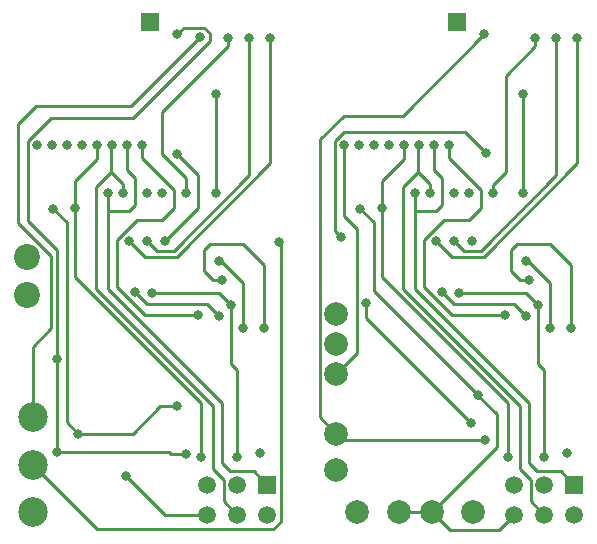
<source format=gbl>
%FSTAX24Y24*%
%MOIN*%
G70*
G01*
G75*
G04 Layer_Physical_Order=2*
G04 Layer_Color=16711680*
%ADD10R,0.0472X0.0217*%
%ADD11R,0.0472X0.0256*%
%ADD12R,0.0315X0.0374*%
%ADD13R,0.0630X0.0492*%
%ADD14R,0.0374X0.0315*%
%ADD15C,0.0197*%
%ADD16O,0.0217X0.0650*%
%ADD17O,0.0650X0.0217*%
%ADD18R,0.0472X0.0472*%
G04:AMPARAMS|DCode=19|XSize=21.7mil|YSize=47.2mil|CornerRadius=0mil|HoleSize=0mil|Usage=FLASHONLY|Rotation=180.000|XOffset=0mil|YOffset=0mil|HoleType=Round|Shape=Octagon|*
%AMOCTAGOND19*
4,1,8,0.0054,-0.0236,-0.0054,-0.0236,-0.0108,-0.0182,-0.0108,0.0182,-0.0054,0.0236,0.0054,0.0236,0.0108,0.0182,0.0108,-0.0182,0.0054,-0.0236,0.0*
%
%ADD19OCTAGOND19*%

%ADD20R,0.0217X0.0472*%
%ADD21R,0.0900X0.2200*%
%ADD22O,0.0394X0.0906*%
%ADD23O,0.0945X0.0236*%
%ADD24R,0.0945X0.0236*%
%ADD25R,0.0551X0.0591*%
%ADD26R,0.0591X0.0551*%
%ADD27R,0.0512X0.0394*%
%ADD28R,0.0709X0.1772*%
%ADD29C,0.0100*%
%ADD30C,0.0787*%
%ADD31C,0.0591*%
%ADD32C,0.0591*%
%ADD33R,0.0591X0.0591*%
%ADD34R,0.0591X0.0591*%
%ADD35C,0.0866*%
%ADD36C,0.0984*%
%ADD37C,0.0320*%
D29*
X034872Y036241D02*
Y038607D01*
X039356Y030257D02*
X039389Y030291D01*
X036849Y039591D02*
X039558Y0423D01*
X034872Y039591D02*
X036849D01*
X034078Y038797D02*
X034872Y039591D01*
X034078Y029534D02*
Y038797D01*
X034872Y036241D02*
X035312Y035801D01*
Y033212D02*
Y035801D01*
Y033212D02*
X035322Y033202D01*
Y031691D02*
Y033202D01*
X034622Y030991D02*
X035322Y031691D01*
X035622Y032841D02*
Y033341D01*
Y032841D02*
X039122Y029341D01*
X034576Y035737D02*
X034772Y035541D01*
X034576Y035737D02*
Y038735D01*
X034881Y039041D01*
X038922D01*
X039622Y038341D01*
X040272Y040914D02*
X041258Y0419D01*
X040272Y037704D02*
Y040914D01*
X039858Y037291D02*
X040272Y037704D01*
X039858Y037D02*
Y037291D01*
X034078Y029534D02*
X034622Y028991D01*
X035868Y033744D02*
Y036035D01*
Y033744D02*
X039335Y030278D01*
X039356Y030257D01*
X039972Y029641D01*
X037822Y026391D02*
X039972Y028541D01*
Y029641D01*
X034822Y028791D02*
X039572D01*
X034622Y028991D02*
X034822Y028791D01*
X040058Y025791D02*
X040558Y026291D01*
X038422Y025791D02*
X040058D01*
X037822Y026391D02*
X038422Y025791D01*
X036722Y026391D02*
X037822D01*
X038716Y033691D02*
X040958D01*
X041358Y033291D01*
X036886Y038128D02*
Y038607D01*
X036158Y0374D02*
X036886Y038128D01*
X038558Y0354D02*
X038868Y03509D01*
X037958Y0354D02*
X038468Y03489D01*
X038868Y03509D02*
X039448D01*
X041958Y0376D01*
Y042191D01*
X038468Y03489D02*
X039548D01*
X042658Y038D01*
Y042191D01*
X038386Y038172D02*
Y038607D01*
Y038172D02*
X039458Y0371D01*
Y0365D02*
Y0371D01*
X038483Y032937D02*
X040261D01*
X037558Y033862D02*
X038483Y032937D01*
X037558Y033862D02*
Y035438D01*
X03822Y0361D01*
X039058D01*
X039458Y0365D01*
X037886Y037772D02*
Y038607D01*
Y037772D02*
X038158Y0375D01*
Y0366D02*
Y0375D01*
X037958Y0364D02*
X038158Y0366D01*
X037258Y0338D02*
Y0364D01*
Y037D01*
Y0364D02*
X037958D01*
X036858Y0338D02*
Y0372D01*
X037758Y037D02*
Y0373D01*
X037358Y0377D02*
X037758Y0373D01*
X036858Y0372D02*
X037358Y0377D01*
Y0386D01*
X042113Y027736D02*
X042558Y027291D01*
X041113Y026736D02*
X041558Y026291D01*
X041113Y026736D02*
Y027445D01*
X040758Y0278D02*
X041113Y027445D01*
X040758Y0278D02*
Y0299D01*
X036858Y0338D02*
X040758Y0299D01*
X041048Y02801D02*
X041322Y027736D01*
X042113D01*
X037258Y0338D02*
X041048Y03001D01*
Y02801D02*
Y03001D01*
X038158Y0337D02*
X038558Y0333D01*
X040558D01*
X040958Y0329D01*
Y034741D02*
X041018D01*
X041758Y034D01*
Y0325D02*
Y034D01*
X036158Y034217D02*
X040358Y030017D01*
Y0281D02*
Y0282D01*
Y030017D01*
X041558Y0282D02*
Y0311D01*
X041358Y0313D02*
Y033291D01*
Y0313D02*
X041558Y0311D01*
X036158Y034217D02*
Y0365D01*
Y0374D01*
X035413Y036491D02*
X035868Y036035D01*
X04074Y034118D02*
X041058D01*
X040458Y0344D02*
X04074Y034118D01*
X040458Y0344D02*
Y0351D01*
X040658Y0353D01*
X041758D01*
X042458Y0346D01*
Y0325D02*
Y0346D01*
X041258Y0419D02*
Y042191D01*
X040858Y037D02*
Y0403D01*
X030622Y037D02*
Y0403D01*
X031022Y0419D02*
Y042191D01*
X028822Y0397D02*
X031022Y0419D01*
X028822Y0383D02*
Y0397D01*
X032222Y0325D02*
Y0346D01*
X031522Y0353D02*
X032222Y0346D01*
X030422Y0353D02*
X031522D01*
X030222Y0351D02*
X030422Y0353D01*
X030222Y0344D02*
Y0351D01*
Y0344D02*
X030504Y034118D01*
X030822D01*
X025632Y029381D02*
X026022Y028991D01*
X025632Y029381D02*
Y036035D01*
X025176Y036491D02*
X025632Y036035D01*
X025922Y0365D02*
Y0374D01*
Y034217D02*
Y0365D01*
X024509Y027953D02*
X026662Y0258D01*
X032522D01*
X027622Y027591D02*
X028922Y026291D01*
X030322D01*
X031122Y0313D02*
X031322Y0311D01*
X031122Y0313D02*
Y033291D01*
X031322Y0282D02*
Y0311D01*
X030122Y0282D02*
Y030017D01*
Y0281D02*
Y0282D01*
X029122Y0283D02*
X029622D01*
X029032Y028391D02*
X029122Y0283D01*
X025322Y028391D02*
X029032D01*
X025922Y034217D02*
X030122Y030017D01*
X028762Y0299D02*
X029322D01*
X027853Y028991D02*
X028762Y0299D01*
X031522Y0325D02*
Y034D01*
X030782Y034741D02*
X031522Y034D01*
X030722Y034741D02*
X030782D01*
X030322Y0333D02*
X030722Y0329D01*
X028322Y0333D02*
X030322D01*
X027922Y0337D02*
X028322Y0333D01*
X030812Y02801D02*
Y03001D01*
X027022Y0338D02*
X030812Y03001D01*
X031086Y027736D02*
X031877D01*
X030812Y02801D02*
X031086Y027736D01*
X026622Y0338D02*
X030522Y0299D01*
Y0278D02*
Y0299D01*
Y0278D02*
X030877Y027445D01*
Y026736D02*
Y027445D01*
Y026736D02*
X031322Y026291D01*
X031877Y027736D02*
X032322Y027291D01*
X027122Y0377D02*
Y0386D01*
X026622Y0372D02*
X027122Y0377D01*
X027522Y0373D01*
Y037D02*
Y0373D01*
X026622Y0338D02*
Y0372D01*
X027022Y0364D02*
X027722D01*
X027022D02*
Y037D01*
Y0338D02*
Y0364D01*
X027722D02*
X027922Y0366D01*
Y0375D01*
X02765Y037772D02*
X027922Y0375D01*
X02765Y037772D02*
Y038607D01*
X028822Y0361D02*
X029222Y0365D01*
X027984Y0361D02*
X028822D01*
X027322Y035438D02*
X027984Y0361D01*
X027322Y033862D02*
Y035438D01*
Y033862D02*
X028247Y032937D01*
X030024D01*
X029222Y0365D02*
Y0371D01*
X02815Y038172D02*
X029222Y0371D01*
X02815Y038172D02*
Y038607D01*
X028822Y0383D02*
X029622Y0375D01*
Y037D02*
Y0375D01*
X029322Y0383D02*
X030022Y0376D01*
Y0365D02*
Y0376D01*
X028922Y0354D02*
X030022Y0365D01*
X029322Y0423D02*
X029534Y042512D01*
X030224D01*
X027832Y0395D02*
X030406Y042074D01*
X025104Y0395D02*
X027832D01*
X030224Y042512D02*
X030406Y042331D01*
Y042074D02*
Y042331D01*
X02434Y038735D02*
X025104Y0395D01*
X02434Y036082D02*
Y038735D01*
Y036082D02*
X025322Y0351D01*
Y031491D02*
Y0351D01*
X024622Y0399D02*
X027794D01*
X024022Y0393D02*
X024622Y0399D01*
X024022Y036015D02*
Y0393D01*
Y036015D02*
X025122Y034915D01*
X032522Y0258D02*
X032767Y026045D01*
Y035345D01*
X032722Y035391D02*
X032767Y035345D01*
X024509Y031887D02*
X025122Y0325D01*
X024509Y029528D02*
Y031887D01*
X025122Y0325D02*
Y034915D01*
X027794Y0399D02*
X030096Y042202D01*
X032422Y038D02*
Y042191D01*
X029312Y03489D02*
X032422Y038D01*
X028232Y03489D02*
X029312D01*
X031722Y0376D02*
Y042191D01*
X029212Y03509D02*
X031722Y0376D01*
X028632Y03509D02*
X029212D01*
X027722Y0354D02*
X028232Y03489D01*
X028322Y0354D02*
X028632Y03509D01*
X025922Y0374D02*
X02665Y038128D01*
Y038607D01*
X030722Y033691D02*
X031122Y033291D01*
X02848Y033691D02*
X030722D01*
X024509Y026378D02*
X024597Y026291D01*
X026022Y028991D02*
X027853D01*
X025322Y028391D02*
Y031491D01*
D30*
X034622Y028991D02*
D03*
Y027791D02*
D03*
Y032991D02*
D03*
Y031991D02*
D03*
Y030991D02*
D03*
X035322Y026391D02*
D03*
X036722D02*
D03*
X037822D02*
D03*
X039172D02*
D03*
D31*
X040558Y026291D02*
D03*
X041558D02*
D03*
Y027291D02*
D03*
X040558D02*
D03*
X030322Y026291D02*
D03*
X031322D02*
D03*
Y027291D02*
D03*
X030322D02*
D03*
D32*
X042558Y026291D02*
D03*
X032322D02*
D03*
D33*
X042558Y027291D02*
D03*
X032322D02*
D03*
D34*
X038642Y042717D02*
D03*
X028406D02*
D03*
D35*
X024322Y034891D02*
D03*
Y0336D02*
D03*
D36*
X024509Y029528D02*
D03*
Y027953D02*
D03*
Y026378D02*
D03*
D37*
X035622Y033341D02*
D03*
X035386Y038607D02*
D03*
X039622Y038341D02*
D03*
X034772Y035541D02*
D03*
X039122Y029341D02*
D03*
X039335Y030278D02*
D03*
X041058Y034118D02*
D03*
X040958Y034741D02*
D03*
X038716Y033691D02*
D03*
X041358Y033291D02*
D03*
X042323Y028326D02*
D03*
X042658Y042191D02*
D03*
X041958D02*
D03*
X041258D02*
D03*
X039572Y028791D02*
D03*
X037958Y0354D02*
D03*
X038558D02*
D03*
X039158D02*
D03*
X037258Y037D02*
D03*
X037758D02*
D03*
X038558D02*
D03*
X039058D02*
D03*
X038386Y038607D02*
D03*
X036886D02*
D03*
X036386D02*
D03*
X035886D02*
D03*
X039858Y037D02*
D03*
X034886Y038607D02*
D03*
X038158Y0337D02*
D03*
X040261Y032937D02*
D03*
X039558Y0423D02*
D03*
X037886Y038607D02*
D03*
X037386D02*
D03*
X041558Y0282D02*
D03*
X040958Y0329D02*
D03*
X041758Y0325D02*
D03*
X040358Y0282D02*
D03*
X036158Y0365D02*
D03*
X035413Y036491D02*
D03*
X042458Y0325D02*
D03*
X040858Y037D02*
D03*
Y0403D02*
D03*
X030622D02*
D03*
Y037D02*
D03*
X032222Y0325D02*
D03*
X025176Y036491D02*
D03*
X025922Y0365D02*
D03*
X030122Y0282D02*
D03*
X031522Y0325D02*
D03*
X030722Y0329D02*
D03*
X031322Y0282D02*
D03*
X02715Y038607D02*
D03*
X02765D02*
D03*
X029322Y0423D02*
D03*
X030096Y042202D02*
D03*
X029322Y0383D02*
D03*
X030024Y032937D02*
D03*
X027922Y0337D02*
D03*
X02465Y038607D02*
D03*
X02515D02*
D03*
X029622Y037D02*
D03*
X02565Y038607D02*
D03*
X02615D02*
D03*
X02665D02*
D03*
X02815D02*
D03*
X028822Y037D02*
D03*
X028322D02*
D03*
X027522D02*
D03*
X027022D02*
D03*
X028922Y0354D02*
D03*
X028322D02*
D03*
X027722D02*
D03*
X027622Y027591D02*
D03*
X029622Y0283D02*
D03*
X029322Y0299D02*
D03*
X025322Y031491D02*
D03*
X031022Y042191D02*
D03*
X031722D02*
D03*
X032422D02*
D03*
X032087Y028326D02*
D03*
X031122Y033291D02*
D03*
X032722Y035391D02*
D03*
X026022Y028991D02*
D03*
X025322Y028391D02*
D03*
X02848Y033691D02*
D03*
X030722Y034741D02*
D03*
X030822Y034118D02*
D03*
M02*

</source>
